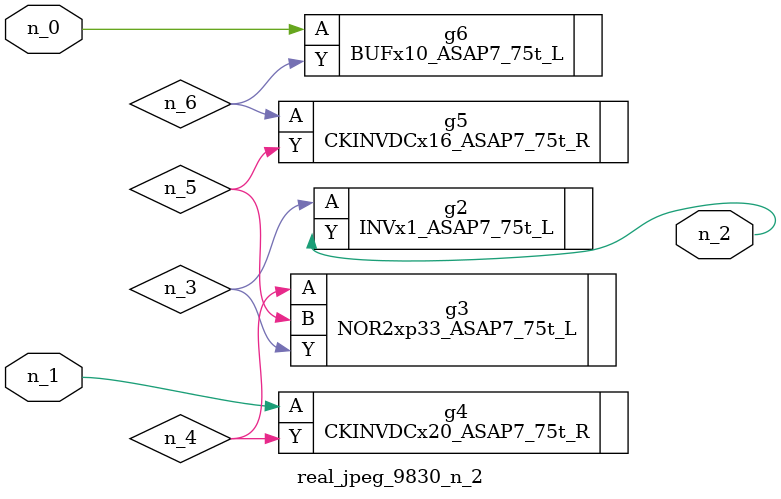
<source format=v>
module real_jpeg_9830_n_2 (n_1, n_0, n_2);

input n_1;
input n_0;

output n_2;

wire n_5;
wire n_4;
wire n_6;
wire n_3;

BUFx10_ASAP7_75t_L g6 ( 
.A(n_0),
.Y(n_6)
);

CKINVDCx20_ASAP7_75t_R g4 ( 
.A(n_1),
.Y(n_4)
);

INVx1_ASAP7_75t_L g2 ( 
.A(n_3),
.Y(n_2)
);

NOR2xp33_ASAP7_75t_L g3 ( 
.A(n_4),
.B(n_5),
.Y(n_3)
);

CKINVDCx16_ASAP7_75t_R g5 ( 
.A(n_6),
.Y(n_5)
);


endmodule
</source>
